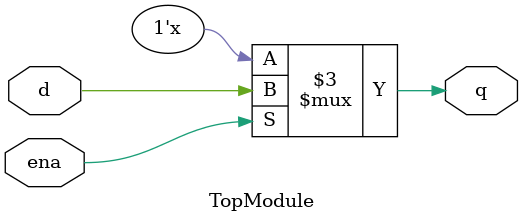
<source format=sv>

module TopModule (
    input wire d,    // Data input
    input wire ena,  // Enable signal
    output reg q     // Output
);

// Always block triggered by changes in 'd' or 'ena'
always @(*) begin
    if (ena) begin
        q = d; // When enabled, output follows the input
    end 
    // If ena is low, q retains its value (i.e., latch behavior)
end

endmodule
</source>
